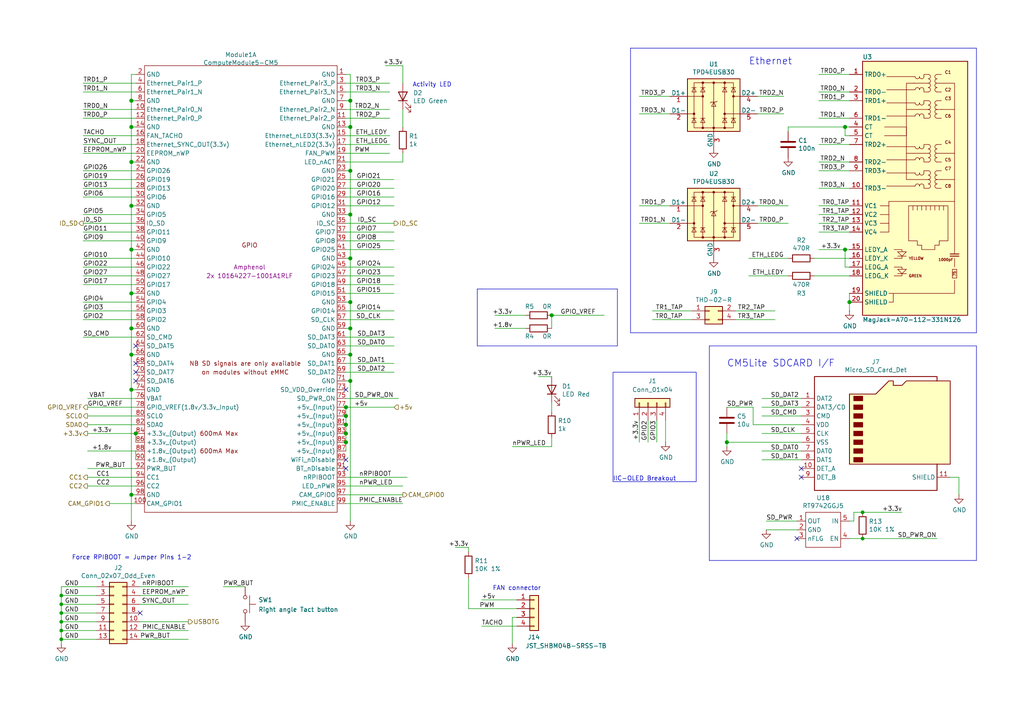
<source format=kicad_sch>
(kicad_sch (version 20250114) (generator "eeschema") (generator_version "9.0")
  (paper "A4")
  (title_block (title "Netherrack Home Server") (rev "1") (comment 1 "Source: raspberrypi.com"))
  (rectangle (start 177.8 107.95) (end 201.93 139.7))
  (text "Activity LED" (at 119.634 25.4 0) (effects (font (size 1.27 1.27)) (justify left bottom)))
  (text "FAN connector\n" (at 142.875 171.45 0) (effects (font (size 1.27 1.27)) (justify left bottom)))
  (text "IIC-OLED Breakout\n" (at 186.944 138.938 0) (effects (font (size 1.27 1.27))))
  (text "Force RPIBOOT = Jumper Pins 1-2 \n" (at 56.515 162.56 0) (effects (font (size 1.27 1.27)) (justify right bottom)))
  (text "Ethernet" (at 217.17 19.05 0) (effects (font (size 2.0066 2.0066)) (justify left bottom)))
  (text "CM5Lite SDCARD I/F" (at 210.82 106.68 0) (effects (font (size 2.007 2.007)) (justify left bottom)))
  (junction (at 101.6 36.83) (diameter 1.016))
  (junction (at 245.11 72.39) (diameter 1.016))
  (junction (at 101.6 29.21) (diameter 1.016))
  (junction (at 101.6 102.87) (diameter 1.016))
  (junction (at 38.1 113.03) (diameter 1.016))
  (junction (at 246.38 87.63) (diameter 1.016))
  (junction (at 38.1 46.99) (diameter 1.016))
  (junction (at 100.33 125.73) (diameter 1.016))
  (junction (at 17.78 175.26))
  (junction (at 38.1 72.39) (diameter 1.016))
  (junction (at 100.33 123.19) (diameter 1.016))
  (junction (at 38.1 143.51) (diameter 1.016))
  (junction (at 38.1 59.69) (diameter 1.016))
  (junction (at 101.6 62.23) (diameter 1.016))
  (junction (at 38.1 95.25) (diameter 1.016))
  (junction (at 100.33 118.11) (diameter 1.016))
  (junction (at 101.6 95.25) (diameter 1.016))
  (junction (at 210.82 128.27) (diameter 1.016))
  (junction (at 250.19 156.21))
  (junction (at 101.6 87.63) (diameter 1.016))
  (junction (at 38.1 85.09) (diameter 1.016))
  (junction (at 100.33 120.65) (diameter 1.016))
  (junction (at 38.1 36.83) (diameter 1.016))
  (junction (at 39.37 125.73) (diameter 1.016))
  (junction (at 17.78 172.72))
  (junction (at 38.1 102.87) (diameter 1.016))
  (junction (at 160.02 91.44) (diameter 1.016))
  (junction (at 38.1 29.21) (diameter 1.016))
  (junction (at 17.78 177.8))
  (junction (at 245.11 36.83) (diameter 1.016))
  (junction (at 100.33 128.27) (diameter 1.016))
  (junction (at 250.19 148.59))
  (junction (at 17.78 185.42))
  (junction (at 101.6 110.49) (diameter 1.016))
  (junction (at 101.6 49.53) (diameter 1.016))
  (junction (at 17.78 182.88))
  (junction (at 17.78 180.34))
  (junction (at 101.6 74.93) (diameter 1.016))
  (no_connect (at 39.37 107.95))
  (no_connect (at 100.33 135.89))
  (no_connect (at 100.33 113.03))
  (no_connect (at 39.37 100.33))
  (no_connect (at 231.14 156.21))
  (no_connect (at 39.37 105.41))
  (no_connect (at 232.41 138.43))
  (no_connect (at 100.33 133.35))
  (no_connect (at 232.41 135.89))
  (no_connect (at 40.64 177.8))
  (no_connect (at 39.37 110.49))
  (wire (pts (xy 275.59 138.43) (xy 278.13 138.43)))
  (wire (pts (xy 40.64 175.26) (xy 54.61 175.26)))
  (wire (pts (xy 100.33 102.87) (xy 101.6 102.87)))
  (wire (pts (xy 24.13 90.17) (xy 39.37 90.17)))
  (wire (pts (xy 39.37 133.35) (xy 39.37 130.81)))
  (wire (pts (xy 237.49 41.91) (xy 246.38 41.91)))
  (wire (pts (xy 24.13 44.45) (xy 39.37 44.45)))
  (wire (pts (xy 100.33 95.25) (xy 101.6 95.25)))
  (wire (pts (xy 101.6 102.87) (xy 101.6 110.49)))
  (wire (pts (xy 100.33 100.33) (xy 114.3 100.33)))
  (wire (pts (xy 217.17 74.93) (xy 228.6 74.93)))
  (wire (pts (xy 39.37 128.27) (xy 39.37 125.73)))
  (wire (pts (xy 17.78 172.72) (xy 27.94 172.72)))
  (wire (pts (xy 100.33 118.11) (xy 114.3 118.11)))
  (wire (pts (xy 101.6 36.83) (xy 101.6 49.53)))
  (wire (pts (xy 40.64 172.72) (xy 54.61 172.72)))
  (polyline (pts (xy 179.07 83.82) (xy 179.07 100.33)) (stroke (width 0) (type solid)))
  (wire (pts (xy 24.13 92.71) (xy 39.37 92.71)))
  (wire (pts (xy 116.84 31.75) (xy 116.84 36.83)))
  (wire (pts (xy 24.13 31.75) (xy 39.37 31.75)))
  (wire (pts (xy 24.13 77.47) (xy 39.37 77.47)))
  (wire (pts (xy 100.33 29.21) (xy 101.6 29.21)))
  (wire (pts (xy 220.98 120.65) (xy 232.41 120.65)))
  (wire (pts (xy 17.78 170.18) (xy 27.94 170.18)))
  (wire (pts (xy 247.65 151.13) (xy 246.38 151.13)))
  (wire (pts (xy 100.33 90.17) (xy 114.3 90.17)))
  (wire (pts (xy 17.78 185.42) (xy 27.94 185.42)))
  (wire (pts (xy 24.13 82.55) (xy 39.37 82.55)))
  (wire (pts (xy 24.13 80.01) (xy 39.37 80.01)))
  (wire (pts (xy 100.33 34.29) (xy 113.03 34.29)))
  (wire (pts (xy 39.37 36.83) (xy 38.1 36.83)))
  (wire (pts (xy 100.33 44.45) (xy 113.03 44.45)))
  (wire (pts (xy 100.33 31.75) (xy 113.03 31.75)))
  (wire (pts (xy 139.7 173.99) (xy 149.86 173.99)))
  (wire (pts (xy 24.13 67.31) (xy 39.37 67.31)))
  (wire (pts (xy 237.49 59.69) (xy 246.38 59.69)))
  (wire (pts (xy 100.33 87.63) (xy 101.6 87.63)))
  (wire (pts (xy 135.89 167.64) (xy 135.89 176.53)))
  (wire (pts (xy 24.13 39.37) (xy 39.37 39.37)))
  (wire (pts (xy 39.37 21.59) (xy 38.1 21.59)))
  (wire (pts (xy 101.6 21.59) (xy 101.6 29.21)))
  (wire (pts (xy 236.22 80.01) (xy 246.38 80.01)))
  (wire (pts (xy 101.6 29.21) (xy 101.6 36.83)))
  (wire (pts (xy 38.1 143.51) (xy 38.1 151.13)))
  (wire (pts (xy 148.59 179.07) (xy 148.59 186.69)))
  (wire (pts (xy 219.71 33.02) (xy 227.33 33.02)))
  (wire (pts (xy 100.33 57.15) (xy 114.3 57.15)))
  (wire (pts (xy 100.33 143.51) (xy 116.84 143.51)))
  (wire (pts (xy 100.33 107.95) (xy 114.3 107.95)))
  (wire (pts (xy 100.33 80.01) (xy 114.3 80.01)))
  (wire (pts (xy 25.4 138.43) (xy 39.37 138.43)))
  (wire (pts (xy 101.6 95.25) (xy 101.6 102.87)))
  (wire (pts (xy 38.1 72.39) (xy 38.1 85.09)))
  (wire (pts (xy 213.36 92.71) (xy 224.79 92.71)))
  (wire (pts (xy 210.82 128.27) (xy 232.41 128.27)))
  (wire (pts (xy 101.6 49.53) (xy 101.6 62.23)))
  (wire (pts (xy 143.51 95.25) (xy 152.4 95.25)))
  (wire (pts (xy 24.13 74.93) (xy 39.37 74.93)))
  (polyline (pts (xy 182.88 13.97) (xy 283.21 13.97)) (stroke (width 0) (type solid)))
  (wire (pts (xy 100.33 140.97) (xy 116.84 140.97)))
  (wire (pts (xy 39.37 29.21) (xy 38.1 29.21)))
  (wire (pts (xy 17.78 180.34) (xy 27.94 180.34)))
  (wire (pts (xy 213.36 90.17) (xy 224.79 90.17)))
  (wire (pts (xy 40.64 182.88) (xy 54.61 182.88)))
  (wire (pts (xy 25.4 140.97) (xy 39.37 140.97)))
  (wire (pts (xy 25.4 135.89) (xy 39.37 135.89)))
  (wire (pts (xy 189.23 90.17) (xy 200.66 90.17)))
  (wire (pts (xy 100.33 128.27) (xy 100.33 130.81)))
  (wire (pts (xy 40.64 170.18) (xy 54.61 170.18)))
  (wire (pts (xy 231.14 153.67) (xy 222.25 153.67)))
  (wire (pts (xy 246.38 36.83) (xy 245.11 36.83)))
  (wire (pts (xy 194.31 64.77) (xy 185.42 64.77)))
  (wire (pts (xy 100.33 41.91) (xy 113.03 41.91)))
  (wire (pts (xy 17.78 177.8) (xy 17.78 180.34)))
  (wire (pts (xy 100.33 115.57) (xy 115.57 115.57)))
  (wire (pts (xy 114.3 97.79) (xy 100.33 97.79)))
  (wire (pts (xy 24.13 26.67) (xy 39.37 26.67)))
  (wire (pts (xy 217.17 80.01) (xy 228.6 80.01)))
  (wire (pts (xy 24.13 49.53) (xy 39.37 49.53)))
  (wire (pts (xy 231.14 151.13) (xy 222.25 151.13)))
  (wire (pts (xy 100.33 120.65) (xy 100.33 123.19)))
  (wire (pts (xy 237.49 26.67) (xy 246.38 26.67)))
  (wire (pts (xy 100.33 74.93) (xy 101.6 74.93)))
  (wire (pts (xy 100.33 39.37) (xy 113.03 39.37)))
  (wire (pts (xy 210.82 125.73) (xy 210.82 128.27)))
  (polyline (pts (xy 139.7 83.82) (xy 179.07 83.82)) (stroke (width 0) (type solid)))
  (polyline (pts (xy 283.21 162.56) (xy 205.74 162.56)) (stroke (width 0) (type solid)))
  (wire (pts (xy 100.33 138.43) (xy 118.11 138.43)))
  (wire (pts (xy 38.1 95.25) (xy 39.37 95.25)))
  (wire (pts (xy 40.64 185.42) (xy 54.61 185.42)))
  (wire (pts (xy 218.44 123.19) (xy 218.44 118.11)))
  (wire (pts (xy 38.1 102.87) (xy 38.1 113.03)))
  (wire (pts (xy 38.1 85.09) (xy 38.1 95.25)))
  (wire (pts (xy 31.75 146.05) (xy 39.37 146.05)))
  (wire (pts (xy 116.84 19.05) (xy 116.84 24.13)))
  (wire (pts (xy 237.49 64.77) (xy 246.38 64.77)))
  (wire (pts (xy 17.78 175.26) (xy 27.94 175.26)))
  (wire (pts (xy 135.89 160.02) (xy 135.89 158.75)))
  (wire (pts (xy 247.65 148.59) (xy 247.65 151.13)))
  (wire (pts (xy 236.22 74.93) (xy 246.38 74.93)))
  (wire (pts (xy 237.49 29.21) (xy 246.38 29.21)))
  (wire (pts (xy 101.6 110.49) (xy 101.6 151.13)))
  (wire (pts (xy 278.13 138.43) (xy 278.13 143.51)))
  (wire (pts (xy 38.1 59.69) (xy 38.1 72.39)))
  (wire (pts (xy 17.78 177.8) (xy 27.94 177.8)))
  (wire (pts (xy 38.1 113.03) (xy 39.37 113.03)))
  (wire (pts (xy 38.1 72.39) (xy 39.37 72.39)))
  (wire (pts (xy 24.13 54.61) (xy 39.37 54.61)))
  (wire (pts (xy 100.33 52.07) (xy 114.3 52.07)))
  (wire (pts (xy 246.38 87.63) (xy 246.38 90.17)))
  (wire (pts (xy 25.4 130.81) (xy 39.37 130.81)))
  (wire (pts (xy 24.13 97.79) (xy 39.37 97.79)))
  (wire (pts (xy 237.49 49.53) (xy 246.38 49.53)))
  (wire (pts (xy 24.13 24.13) (xy 39.37 24.13)))
  (polyline (pts (xy 283.21 100.33) (xy 283.21 162.56)) (stroke (width 0) (type solid)))
  (wire (pts (xy 100.33 62.23) (xy 101.6 62.23)))
  (wire (pts (xy 246.38 85.09) (xy 246.38 87.63)))
  (wire (pts (xy 185.42 121.92) (xy 185.42 128.27)))
  (wire (pts (xy 100.33 24.13) (xy 113.03 24.13)))
  (wire (pts (xy 250.19 148.59) (xy 261.62 148.59)))
  (wire (pts (xy 100.33 36.83) (xy 101.6 36.83)))
  (wire (pts (xy 38.1 95.25) (xy 38.1 102.87)))
  (wire (pts (xy 160.02 127) (xy 160.02 129.54)))
  (wire (pts (xy 39.37 143.51) (xy 38.1 143.51)))
  (wire (pts (xy 24.13 57.15) (xy 39.37 57.15)))
  (wire (pts (xy 185.42 59.69) (xy 194.31 59.69)))
  (wire (pts (xy 245.11 39.37) (xy 245.11 36.83)))
  (wire (pts (xy 220.98 130.81) (xy 232.41 130.81)))
  (wire (pts (xy 25.4 123.19) (xy 39.37 123.19)))
  (wire (pts (xy 38.1 113.03) (xy 38.1 143.51)))
  (wire (pts (xy 237.49 72.39) (xy 245.11 72.39)))
  (wire (pts (xy 160.02 116.84) (xy 160.02 119.38)))
  (wire (pts (xy 135.89 176.53) (xy 149.86 176.53)))
  (wire (pts (xy 228.6 36.83) (xy 245.11 36.83)))
  (wire (pts (xy 100.33 146.05) (xy 116.84 146.05)))
  (wire (pts (xy 220.98 115.57) (xy 232.41 115.57)))
  (wire (pts (xy 100.33 64.77) (xy 114.3 64.77)))
  (wire (pts (xy 247.65 148.59) (xy 250.19 148.59)))
  (wire (pts (xy 101.6 87.63) (xy 101.6 95.25)))
  (wire (pts (xy 149.86 179.07) (xy 148.59 179.07)))
  (wire (pts (xy 100.33 54.61) (xy 114.3 54.61)))
  (wire (pts (xy 190.5 121.92) (xy 190.5 128.27)))
  (wire (pts (xy 245.11 77.47) (xy 245.11 72.39)))
  (wire (pts (xy 237.49 21.59) (xy 246.38 21.59)))
  (wire (pts (xy 116.84 46.99) (xy 116.84 44.45)))
  (wire (pts (xy 100.33 69.85) (xy 114.3 69.85)))
  (wire (pts (xy 114.3 105.41) (xy 100.33 105.41)))
  (polyline (pts (xy 283.21 96.52) (xy 182.88 96.52)) (stroke (width 0) (type solid)))
  (wire (pts (xy 25.4 118.11) (xy 39.37 118.11)))
  (wire (pts (xy 219.71 27.94) (xy 227.33 27.94)))
  (wire (pts (xy 17.78 180.34) (xy 17.78 182.88)))
  (polyline (pts (xy 182.88 96.52) (xy 182.88 13.97)) (stroke (width 0) (type solid)))
  (wire (pts (xy 187.96 121.92) (xy 187.96 128.27)))
  (wire (pts (xy 100.33 85.09) (xy 114.3 85.09)))
  (polyline (pts (xy 205.74 162.56) (xy 205.74 100.33)) (stroke (width 0) (type solid)))
  (wire (pts (xy 143.51 91.44) (xy 152.4 91.44)))
  (wire (pts (xy 24.13 34.29) (xy 39.37 34.29)))
  (wire (pts (xy 25.4 115.57) (xy 39.37 115.57)))
  (wire (pts (xy 185.42 27.94) (xy 194.31 27.94)))
  (wire (pts (xy 25.4 125.73) (xy 39.37 125.73)))
  (wire (pts (xy 100.33 59.69) (xy 114.3 59.69)))
  (wire (pts (xy 245.11 72.39) (xy 246.38 72.39)))
  (polyline (pts (xy 205.74 100.33) (xy 283.21 100.33)) (stroke (width 0) (type solid)))
  (wire (pts (xy 114.3 92.71) (xy 100.33 92.71)))
  (wire (pts (xy 100.33 67.31) (xy 114.3 67.31)))
  (polyline (pts (xy 283.21 13.97) (xy 283.21 96.52)) (stroke (width 0) (type solid)))
  (wire (pts (xy 135.89 158.75) (xy 132.08 158.75)))
  (wire (pts (xy 17.78 182.88) (xy 27.94 182.88)))
  (wire (pts (xy 24.13 64.77) (xy 39.37 64.77)))
  (wire (pts (xy 193.04 121.92) (xy 193.04 128.27)))
  (wire (pts (xy 25.4 120.65) (xy 39.37 120.65)))
  (wire (pts (xy 38.1 36.83) (xy 38.1 46.99)))
  (wire (pts (xy 100.33 46.99) (xy 116.84 46.99)))
  (wire (pts (xy 185.42 33.02) (xy 194.31 33.02)))
  (wire (pts (xy 24.13 52.07) (xy 39.37 52.07)))
  (polyline (pts (xy 138.43 100.33) (xy 138.43 83.82)) (stroke (width 0) (type solid)))
  (wire (pts (xy 160.02 91.44) (xy 175.26 91.44)))
  (wire (pts (xy 237.49 67.31) (xy 246.38 67.31)))
  (wire (pts (xy 219.71 59.69) (xy 228.6 59.69)))
  (wire (pts (xy 160.02 109.22) (xy 156.21 109.22)))
  (wire (pts (xy 17.78 185.42) (xy 17.78 186.69)))
  (wire (pts (xy 100.33 72.39) (xy 114.3 72.39)))
  (wire (pts (xy 38.1 29.21) (xy 38.1 36.83)))
  (wire (pts (xy 100.33 21.59) (xy 101.6 21.59)))
  (wire (pts (xy 237.49 34.29) (xy 246.38 34.29)))
  (wire (pts (xy 100.33 110.49) (xy 101.6 110.49)))
  (wire (pts (xy 246.38 77.47) (xy 245.11 77.47)))
  (wire (pts (xy 24.13 69.85) (xy 39.37 69.85)))
  (wire (pts (xy 24.13 87.63) (xy 39.37 87.63)))
  (wire (pts (xy 100.33 118.11) (xy 100.33 120.65)))
  (wire (pts (xy 17.78 170.18) (xy 17.78 172.72)))
  (wire (pts (xy 111.76 19.05) (xy 116.84 19.05)))
  (wire (pts (xy 210.82 128.27) (xy 210.82 129.54)))
  (wire (pts (xy 100.33 49.53) (xy 101.6 49.53)))
  (wire (pts (xy 100.33 26.67) (xy 113.03 26.67)))
  (wire (pts (xy 232.41 123.19) (xy 218.44 123.19)))
  (wire (pts (xy 139.7 181.61) (xy 149.86 181.61)))
  (wire (pts (xy 250.19 156.21) (xy 271.78 156.21)))
  (wire (pts (xy 24.13 62.23) (xy 39.37 62.23)))
  (wire (pts (xy 237.49 46.99) (xy 246.38 46.99)))
  (wire (pts (xy 237.49 62.23) (xy 246.38 62.23)))
  (wire (pts (xy 219.71 64.77) (xy 228.6 64.77)))
  (wire (pts (xy 24.13 41.91) (xy 39.37 41.91)))
  (wire (pts (xy 246.38 156.21) (xy 250.19 156.21)))
  (wire (pts (xy 17.78 172.72) (xy 17.78 175.26)))
  (wire (pts (xy 189.23 92.71) (xy 200.66 92.71)))
  (wire (pts (xy 101.6 74.93) (xy 101.6 87.63)))
  (polyline (pts (xy 139.7 83.82) (xy 138.43 83.82)) (stroke (width 0) (type solid)))
  (wire (pts (xy 148.59 129.54) (xy 160.02 129.54)))
  (wire (pts (xy 100.33 123.19) (xy 100.33 125.73)))
  (wire (pts (xy 228.6 38.1) (xy 228.6 36.83)))
  (wire (pts (xy 232.41 118.11) (xy 220.98 118.11)))
  (wire (pts (xy 38.1 46.99) (xy 39.37 46.99)))
  (wire (pts (xy 64.77 170.18) (xy 71.12 170.18)))
  (wire (pts (xy 237.49 54.61) (xy 246.38 54.61)))
  (wire (pts (xy 38.1 21.59) (xy 38.1 29.21)))
  (wire (pts (xy 38.1 85.09) (xy 39.37 85.09)))
  (wire (pts (xy 100.33 125.73) (xy 100.33 128.27)))
  (wire (pts (xy 160.02 91.44) (xy 160.02 95.25)))
  (wire (pts (xy 100.33 77.47) (xy 114.3 77.47)))
  (wire (pts (xy 38.1 102.87) (xy 39.37 102.87)))
  (wire (pts (xy 38.1 59.69) (xy 39.37 59.69)))
  (polyline (pts (xy 179.07 100.33) (xy 139.7 100.33)) (stroke (width 0) (type solid)))
  (wire (pts (xy 210.82 118.11) (xy 218.44 118.11)))
  (wire (pts (xy 246.38 39.37) (xy 245.11 39.37)))
  (wire (pts (xy 232.41 125.73) (xy 220.98 125.73)))
  (wire (pts (xy 232.41 133.35) (xy 220.98 133.35)))
  (wire (pts (xy 40.64 180.34) (xy 54.61 180.34)))
  (wire (pts (xy 17.78 182.88) (xy 17.78 185.42)))
  (wire (pts (xy 100.33 82.55) (xy 114.3 82.55)))
  (wire (pts (xy 101.6 62.23) (xy 101.6 74.93)))
  (wire (pts (xy 38.1 46.99) (xy 38.1 59.69)))
  (wire (pts (xy 17.78 175.26) (xy 17.78 177.8)))
  (polyline (pts (xy 138.43 100.33) (xy 139.7 100.33)) (stroke (width 0) (type solid)))
  (label "+1.8v" (at 148.59 95.25 180))
  (label "SD_DAT2" (at 111.76 107.95 180))
  (label "GPIO5" (at 24.13 62.23 0))
  (label "TRD3_N" (at 103.124 26.67 0))
  (label "GPIO2" (at 24.13 92.71 0))
  (label "GPIO9" (at 24.13 69.85 0))
  (label "TRD3_N" (at 245.11 54.61 180))
  (label "ETH_LEDG" (at 103.124 41.91 0))
  (label "SD_DAT1" (at 111.76 105.41 180))
  (label "TRD1_N" (at 193.04 64.77 180))
  (label "GPIO10" (at 24.13 74.93 0))
  (label "TRD3_P" (at 103.124 24.13 0))
  (label "GPIO6" (at 24.13 57.15 0))
  (label "TRD0_P" (at 227.33 64.77 180))
  (label "TRD3_P" (at 193.04 27.94 180))
  (label "GPIO20" (at 110.49 54.61 180))
  (label "SD_DAT2" (at 223.52 115.57 0))
  (label "GPIO25" (at 110.49 72.39 180))
  (label "SD_DAT0" (at 111.76 100.33 180))
  (label "GPIO15" (at 110.49 85.09 180))
  (label "GPIO13" (at 24.13 54.61 0))
  (label "TRD1_P" (at 193.04 59.69 180))
  (label "GPIO7" (at 109.22 67.31 180))
  (label "GPIO14" (at 110.49 90.17 180))
  (label "SD_PWR_ON" (at 260.35 156.21 0))
  (label "ETH_LEDY" (at 103.124 39.37 0))
  (label "TR1_TAP" (at 198.12 90.17 180))
  (label "SD_PWR_ON" (at 102.87 115.57 0))
  (label "PWM" (at 102.87 44.45 0))
  (label "GPIO4" (at 24.13 87.63 0))
  (label "TRD1_P" (at 24.13 24.13 0))
  (label "CC1" (at 27.94 138.43 0))
  (label "TRD1_P" (at 245.11 29.21 180))
  (label "+3.3v" (at 261.62 148.59 180))
  (label "+3.3v" (at 116.84 19.05 180))
  (label "GND" (at 22.86 182.88 180))
  (label "SD_DAT3" (at 111.76 97.79 180))
  (label "GPIO27" (at 24.13 80.01 0))
  (label "EEPROM_nWP" (at 24.13 44.45 0))
  (label "GPIO_VREF" (at 25.4 118.11 0))
  (label "SD_PWR" (at 210.82 118.11 0))
  (label "TR0_TAP" (at 198.0184 92.71 180))
  (label "SD_DAT0" (at 223.52 130.81 0))
  (label "GPIO21" (at 110.49 52.07 180))
  (label "GPIO23" (at 110.49 80.01 180))
  (label "TRD0_N" (at 24.13 31.75 0))
  (label "TRD3_P" (at 245.11 49.53 180))
  (label "ETH_LEDY" (at 227.33 80.01 180))
  (label "TRD0_N" (at 227.33 59.69 180))
  (label "TRD2_N" (at 227.33 27.94 180))
  (label "ETH_LEDG" (at 227.33 74.93 180))
  (label "+3.3v" (at 185.42 121.92 270))
  (label "TRD0_N" (at 245.11 26.67 180))
  (label "TR2_TAP" (at 246.38 64.77 180))
  (label "+1.8v" (at 26.67 130.81 0))
  (label "SYNC_OUT" (at 50.8 175.26 180))
  (label "PWR_BUT" (at 64.77 170.18 0))
  (label "SD_DAT3" (at 223.52 118.11 0))
  (label "TR2_TAP" (at 221.9198 90.17 180))
  (label "+5v" (at 139.7 173.99 0))
  (label "+3.3v" (at 135.89 158.75 180))
  (label "SD_CLK" (at 110.49 92.71 180))
  (label "GND" (at 22.86 170.18 180))
  (label "GPIO16" (at 110.49 57.15 180))
  (label "GPIO12" (at 110.49 59.69 180))
  (label "+3.3v" (at 26.67 125.73 0))
  (label "SD_CMD" (at 223.52 120.65 0))
  (label "PWM" (at 139.065 176.53 0))
  (label "GPIO8" (at 109.22 69.85 180))
  (label "GPIO17" (at 24.13 82.55 0))
  (label "SYNC_OUT" (at 24.13 41.91 0))
  (label "nPWR_LED" (at 148.59 129.54 0))
  (label "GPIO2" (at 187.96 121.92 270))
  (label "SD_PWR" (at 222.25 151.13 0))
  (label "SD_DAT1" (at 223.52 133.35 0))
  (label "TRD0_P" (at 245.11 21.59 180))
  (label "GPIO18" (at 110.49 82.55 180))
  (label "TRD2_N" (at 102.87 31.75 0))
  (label "nPWR_LED" (at 104.14 140.97 0))
  (label "PMIC_ENABLE" (at 53.975 182.88 180))
  (label "TR3_TAP" (at 221.8944 92.71 180))
  (label "TRD0_P" (at 24.13 34.29 0))
  (label "nRPIBOOT" (at 50.546 170.18 180))
  (label "+3.3v" (at 148.59 91.44 180))
  (label "GND" (at 22.86 177.8 180))
  (label "GND" (at 22.86 185.42 180))
  (label "GPIO26" (at 24.13 49.53 0))
  (label "TACHO" (at 139.7 181.61 0))
  (label "GPIO3" (at 190.5 121.92 270))
  (label "PWR_BUT" (at 27.686 135.89 0))
  (label "nRPIBOOT" (at 104.14 138.43 0))
  (label "EEPROM_nWP" (at 53.848 172.72 180))
  (label "GPIO11" (at 24.13 67.31 0))
  (label "ID_SD" (at 24.13 64.77 0))
  (label "TRD1_N" (at 24.13 26.67 0))
  (label "GPIO24" (at 110.49 77.47 180))
  (label "GND" (at 22.86 175.26 180))
  (label "TRD3_N" (at 193.04 33.02 180))
  (label "TR1_TAP" (at 246.38 62.23 180))
  (label "VBAT" (at 30.48 115.57 180))
  (label "ID_SC" (at 109.22 64.77 180))
  (label "TRD2_P" (at 245.11 41.91 180))
  (label "CC2" (at 27.94 140.97 0))
  (label "TACHO" (at 24.13 39.37 0))
  (label "TRD2_N" (at 245.11 46.99 180))
  (label "TR0_TAP" (at 246.38 59.69 180))
  (label "+5v" (at 106.68 118.11 180))
  (label "SD_CMD" (at 24.13 97.79 0))
  (label "TRD1_N" (at 245.11 34.29 180))
  (label "PMIC_ENABLE" (at 116.84 146.05 180))
  (label "+3.3v" (at 160.02 109.22 180))
  (label "GPIO_VREF" (at 162.56 91.44 0))
  (label "TRD2_P" (at 103.124 34.29 0))
  (label "GND" (at 22.86 172.72 180))
  (label "GPIO19" (at 24.13 52.07 0))
  (label "PWR_BUT" (at 40.64 185.42 0))
  (label "TR3_TAP" (at 246.38 67.31 180))
  (label "SD_CLK" (at 223.52 125.73 0))
  (label "GND" (at 22.86 180.34 180))
  (label "+3.3v" (at 243.84 72.39 180))
  (label "GPIO22" (at 24.13 77.47 0))
  (label "TRD2_P" (at 227.33 33.02 180))
  (label "GPIO3" (at 24.13 90.17 0))
  (hierarchical_label "CC1" (shape output) (at 25.4 138.43 180))
  (hierarchical_label "ID_SD" (shape output) (at 24.13 64.77 180))
  (hierarchical_label "SDA0" (shape output) (at 25.4 123.19 180))
  (hierarchical_label "CAM_GPIO1" (shape output) (at 31.75 146.05 180))
  (hierarchical_label "CC2" (shape output) (at 25.4 140.97 180))
  (hierarchical_label "+3.3v" (shape output) (at 25.4 125.73 180))
  (hierarchical_label "GPIO_VREF" (shape output) (at 25.4 118.11 180))
  (hierarchical_label "ID_SC" (shape output) (at 114.3 64.77 0))
  (hierarchical_label "SCL0" (shape output) (at 25.4 120.65 180))
  (hierarchical_label "CAM_GPIO0" (shape output) (at 116.84 143.51 0))
  (hierarchical_label "+5v" (shape input) (at 114.3 118.11 0))
  (hierarchical_label "USBOTG" (shape output) (at 54.61 180.34 0))
  (symbol (lib_id "CM5IO:RT9742GGJ5") (at 240.03 161.29 0) (unit 1)
    (property "Reference" "U18" (at 238.76 144.399 0))
    (property "Value" "RT9742GGJ5" (at 238.76 146.7104 0))
    (property "Footprint" "Package_TO_SOT_SMD:SOT-23-5" (effects (hide yes)))
    (property "Datasheet" "https://www.richtek.com/assets/product_file/RT9742/DS9742-00.pdf" (effects (hide yes)))
    (property "Field4" "Farnell" (effects (hide yes)))
    (property "Field5" "	2545875" (effects (hide yes)))
    (property "Field6" "RT9742GGJ5" (effects (hide yes)))
    (property "Field7" "RichTek" (effects (hide yes)))
    (property "Field8" "USWI00166" (effects (hide yes)))
    (property "Part Description" "	Power Switch/Driver 1:1 N-Channel 1A TSOT-23-5" (effects (hide yes)))
  )
  (symbol (lib_id "power:GND") (at 222.25 153.67 0) (unit 1)
    (property "Reference" "#PWR0113" (effects (hide yes)))
    (property "Value" "GND" (at 222.377 158.0642 0))
    (property "Description" "Power symbol creates a global label with name \"GND\" , ground" (effects (hide yes)))
  )
  (symbol (lib_id "CM5IO:ComputeModule5-CM5") (at 72.39 77.47 0) (unit 1)
    (property "Reference" "Module1" (at 69.85 15.875 0))
    (property "Value" "ComputeModule5-CM5" (at 69.85 18.1864 0))
    (property "Footprint" "CM5IO:Raspberry-Pi-5-Compute-Module" (effects (hide yes)))
    (property "Description" "RaspberryPi Compute module 5" (effects (hide yes)))
    (property "Field4" "Amphenol" (at 72.39 77.47 0))
    (property "Field5" "2x 10164227-1001A1RLF" (at 72.39 80.01 0))
    (property "Field6" "2x 10164227-1001A1RLF" (effects (hide yes)))
    (property "Field7" "Hirose" (effects (hide yes)))
    (property "Part Description" "	100 Position Connector Receptacle, Center Strip Contacts Surface Mount Gold" (effects (hide yes)))
  )
  (symbol (lib_id "Device:C") (at 228.6 41.91 0) (unit 1)
    (property "Reference" "C1" (at 231.521 40.7416 0) (effects (justify left)))
    (property "Value" "100n" (at 231.521 43.053 0) (effects (justify left)))
    (property "Footprint" "Capacitor_SMD:C_0402_1005Metric" (effects (hide yes)))
    (property "Datasheet" "https://search.murata.co.jp/Ceramy/image/img/A01X/G101/ENG/GRM155R71C104KA88-01.pdf" (effects (hide yes)))
    (property "Field4" "Farnell" (effects (hide yes)))
    (property "Field5" "2611911" (effects (hide yes)))
    (property "Field6" "RM EMK105 B7104KV-F" (effects (hide yes)))
    (property "Field7" "TAIYO YUDEN EUROPE GMBH" (effects (hide yes)))
    (property "Part Description" "	0.1uF 10% 16V Ceramic Capacitor X7R 0402 (1005 Metric)" (effects (hide yes)))
    (property "Field8" "110091611" (effects (hide yes)))
  )
  (symbol (lib_id "power:GND") (at 228.6 45.72 0) (unit 1)
    (property "Reference" "#PWR0101" (effects (hide yes)))
    (property "Value" "GND" (at 228.727 50.1142 0))
    (property "Description" "Power symbol creates a global label with name \"GND\" , ground" (effects (hide yes)))
  )
  (symbol (lib_id "Connector_Generic:Conn_02x02_Odd_Even") (at 205.74 90.17 0) (unit 1)
    (property "Reference" "J9" (at 207.01 84.6582 0))
    (property "Value" "THD-02-R" (at 207.01 86.9696 0))
    (property "Footprint" "Connector_PinHeader_2.54mm:PinHeader_2x02_P2.54mm_Vertical" (effects (hide yes)))
    (property "Datasheet" "https://www.toby.co.uk/uploads/publications/1673.pdf" (effects (hide yes)))
    (property "Field4" "Toby" (effects (hide yes)))
    (property "Field5" "THD-02-R" (effects (hide yes)))
    (property "Field6" "151-604-425-761" (effects (hide yes)))
    (property "Field7" "EDAC" (effects (hide yes)))
    (property "Field8" "UCON00791" (effects (hide yes)))
    (property "Part Description" "PinHeader_2x02_P2.54mm_Vertical" (effects (hide yes)))
  )
  (symbol (lib_id "Device:C") (at 210.82 121.92 0) (unit 1)
    (property "Reference" "C5" (at 213.741 120.7516 0) (effects (justify left)))
    (property "Value" "10u" (at 213.741 123.063 0) (effects (justify left)))
    (property "Footprint" "Capacitor_SMD:C_0402_1005Metric" (effects (hide yes)))
    (property "Datasheet" "https://search.murata.co.jp/Ceramy/image/img/A01X/G101/ENG/GRM21BR71A106KA73-01.pdf" (effects (hide yes)))
    (property "Field5" "490-14381-1-ND" (effects (hide yes)))
    (property "Field4" "Digikey" (effects (hide yes)))
    (property "Field6" "GRM21BR71A106KA73L" (effects (hide yes)))
    (property "Field7" "Murata" (effects (hide yes)))
    (property "Part Description" "	10uF 10% 10V Ceramic Capacitor X7R 0805 (2012 Metric)" (effects (hide yes)))
    (property "Field8" "111893011" (effects (hide yes)))
  )
  (symbol (lib_id "Device:R") (at 232.41 74.93 270) (unit 1)
    (property "Reference" "R2" (at 232.41 69.6722 90))
    (property "Value" "470R" (at 232.41 71.9836 90))
    (property "Footprint" "Resistor_SMD:R_0402_1005Metric" (effects (hide yes)))
    (property "Datasheet" "https://fscdn.rohm.com/en/products/databook/datasheet/passive/resistor/chip_resistor/mcr-e.pdf" (effects (hide yes)))
    (property "Field4" "Farnell" (effects (hide yes)))
    (property "Field5" "9239197" (effects (hide yes)))
    (property "Field7" "KOA EUROPE GMBH" (effects (hide yes)))
    (property "Field6" "RK73G1ETQTP4700D         " (effects (hide yes)))
    (property "Field8" "120887981" (effects (hide yes)))
    (property "Part Description" "Resistor 470R M1005 1% 63mW" (effects (hide yes)))
  )
  (symbol (lib_id "Device:R") (at 232.41 80.01 270) (unit 1)
    (property "Reference" "R3" (at 232.41 85.09 90))
    (property "Value" "470R" (at 232.41 82.55 90))
    (property "Footprint" "Resistor_SMD:R_0402_1005Metric" (effects (hide yes)))
    (property "Datasheet" "https://fscdn.rohm.com/en/products/databook/datasheet/passive/resistor/chip_resistor/mcr-e.pdf" (effects (hide yes)))
    (property "Field4" "Farnell" (effects (hide yes)))
    (property "Field5" "9239197" (effects (hide yes)))
    (property "Field7" "KOA EUROPE GMBH" (effects (hide yes)))
    (property "Field6" "RK73G1ETQTP4700D         " (effects (hide yes)))
    (property "Field8" "120887981" (effects (hide yes)))
    (property "Part Description" "Resistor 470R M1005 1% 63mW" (effects (hide yes)))
  )
  (symbol (lib_id "power:GND") (at 38.1 151.13 0) (unit 1)
    (property "Reference" "#PWR0104" (effects (hide yes)))
    (property "Value" "GND" (at 38.227 155.5242 0))
    (property "Description" "Power symbol creates a global label with name \"GND\" , ground" (effects (hide yes)))
  )
  (symbol (lib_id "power:GND") (at 101.6 151.13 0) (unit 1)
    (property "Reference" "#PWR0105" (effects (hide yes)))
    (property "Value" "GND" (at 101.727 155.5242 0))
    (property "Description" "Power symbol creates a global label with name \"GND\" , ground" (effects (hide yes)))
  )
  (symbol (lib_id "Device:LED") (at 116.84 27.94 90) (unit 1)
    (property "Reference" "D2" (at 119.8118 26.9494 90) (effects (justify right)))
    (property "Value" "LED Green" (at 119.8118 29.2608 90) (effects (justify right)))
    (property "Footprint" "LED_SMD:LED_0603_1608Metric" (effects (hide yes)))
    (property "Datasheet" "http://optoelectronics.liteon.com/upload/download/DS22-2000-226/LTST-S270KGKT.pdf" (effects (hide yes)))
    (property "Field4" "Digikey " (effects (hide yes)))
    (property "Field5" "LTST-S270KGKT" (effects (hide yes)))
    (property "Field6" "SML-A12M8TT86N" (effects (hide yes)))
    (property "Field7" "Rohm" (effects (hide yes)))
    (property "Field8" "650263301" (effects (hide yes)))
    (property "Part Description" "	Green 572nm LED Indication - Discrete 2.2V 2-SMD, No Lead" (effects (hide yes)))
  )
  (symbol (lib_id "Device:R") (at 116.84 40.64 0) (unit 1)
    (property "Reference" "R1" (at 118.618 39.4716 0) (effects (justify left)))
    (property "Value" "1k" (at 118.618 41.783 0) (effects (justify left)))
    (property "Footprint" "Resistor_SMD:R_0402_1005Metric" (effects (hide yes)))
    (property "Datasheet" "https://fscdn.rohm.com/en/products/databook/datasheet/passive/resistor/chip_resistor/mcr-e.pdf" (effects (hide yes)))
    (property "Field4" "Farnell" (effects (hide yes)))
    (property "Field5" "9239235" (effects (hide yes)))
    (property "Field7" "KOA EUROPE GMBH" (effects (hide yes)))
    (property "Field6" "RK73H1ETTP1001F" (effects (hide yes)))
    (property "Part Description" "Resistor 1K M1005 1% 63mW" (effects (hide yes)))
    (property "Field8" "125049511" (effects (hide yes)))
  )
  (symbol (lib_name "LED_1") (lib_id "Device:LED") (at 160.02 113.03 90) (unit 1)
    (property "Reference" "D1" (at 162.9918 112.0394 90) (effects (justify right)))
    (property "Value" "LED Red" (at 162.9918 114.3508 90) (effects (justify right)))
    (property "Footprint" "LED_SMD:LED_0603_1608Metric" (effects (hide yes)))
    (property "Datasheet" "http://optoelectronics.liteon.com/upload/download/DS22-2000-210/LTST-S270KRKT.pdf" (effects (hide yes)))
    (property "Field4" "Digikey " (effects (hide yes)))
    (property "Field5" "	LTST-S270KRKT" (effects (hide yes)))
    (property "Field6" "SML-A12U8TT86Q" (effects (hide yes)))
    (property "Field7" "Rohm" (effects (hide yes)))
    (property "Field8" "650295101" (effects (hide yes)))
    (property "Part Description" "	Red 620nm LED Indication - Discrete 2.2V 2-SMD, No Lead" (effects (hide yes)))
  )
  (symbol (lib_id "Device:R") (at 160.02 123.19 0) (unit 1)
    (property "Reference" "R10" (at 161.798 122.0216 0) (effects (justify left)))
    (property "Value" "1k" (at 161.798 124.333 0) (effects (justify left)))
    (property "Footprint" "Resistor_SMD:R_0402_1005Metric" (effects (hide yes)))
    (property "Datasheet" "https://fscdn.rohm.com/en/products/databook/datasheet/passive/resistor/chip_resistor/mcr-e.pdf" (effects (hide yes)))
    (property "Field4" "Farnell" (effects (hide yes)))
    (property "Field5" "9239235" (effects (hide yes)))
    (property "Field7" "KOA EUROPE GMBH" (effects (hide yes)))
    (property "Field6" "RK73H1ETTP1001F" (effects (hide yes)))
    (property "Part Description" "Resistor 1K M1005 1% 63mW" (effects (hide yes)))
    (property "Field8" "125049511" (effects (hide yes)))
  )
  (symbol (lib_id "CM5IO:TPD4EUSB30") (at 207.01 62.23 0) (unit 1)
    (property "Reference" "U2" (at 207.01 50.3682 0))
    (property "Value" "TPD4EUSB30" (at 207.01 52.6796 0))
    (property "Footprint" "Package_SON:USON-10_2.5x1.0mm_P0.5mm" (effects (hide yes)))
    (property "Datasheet" "http://www.ti.com/lit/ds/symlink/tpd2eusb30a.pdf" (effects (hide yes)))
    (property "Field4" "Farnell" (effects (hide yes)))
    (property "Field5" "2335455" (effects (hide yes)))
    (property "Field6" "CDDFN10-3324P-13" (effects (hide yes)))
    (property "Field7" "Bourns" (effects (hide yes)))
    (property "Field8" "UDIO00346" (effects (hide yes)))
    (property "Part Description" "Quad TVS diode for high speed signals (USB3, GigE etc.)" (effects (hide yes)))
  )
  (symbol (lib_id "Device:R") (at 156.21 91.44 90) (unit 1)
    (property "Reference" "R5" (at 154.94 88.9 90) (effects (justify left)))
    (property "Value" "0R" (at 160.02 88.9 90) (effects (justify left)))
    (property "Footprint" "Resistor_SMD:R_0805_2012Metric_Pad1.20x1.40mm_HandSolder" (effects (hide yes)))
    (property "Datasheet" "https://fscdn.rohm.com/en/products/databook/datasheet/passive/resistor/chip_resistor/mcr-e.pdf" (effects (hide yes)))
    (property "Field4" "Farnell" (effects (hide yes)))
    (property "Field5" "9233750" (effects (hide yes)))
    (property "Field7" "Rohm" (effects (hide yes)))
    (property "Field6" "MCR10EZPJ000" (effects (hide yes)))
    (property "Part Description" "Resistor 0R M2012 5% " (effects (hide yes)))
    (property "Field8" "121629591" (effects (hide yes)))
  )
  (symbol (lib_id "Connector:Micro_SD_Card_Det2") (at 255.27 125.73 0) (unit 1)
    (property "Reference" "J7" (at 254 104.9782 0))
    (property "Value" "Micro_SD_Card_Det" (at 254 107.2896 0))
    (property "Footprint" "CM5IO:SDCARD_MOLEX_503398-1892" (effects (hide yes)))
    (property "Datasheet" "https://www.hirose.com/product/en/download_file/key_name/DM3/category/Catalog/doc_file_id/49662/?file_category_id=4&item_id=195&is_series=1" (effects (hide yes)))
    (property "Field4" "Farnell" (effects (hide yes)))
    (property "Field5" "2358234" (effects (hide yes)))
    (property "Field6" "503398-1892" (effects (hide yes)))
    (property "Field7" "Molex" (effects (hide yes)))
    (property "Part Description" "9 (8 + 1) Position Card Connector microSD™ Surface Mount, Right Angle Gold" (effects (hide yes)))
    (property "Field8" "UCON00512" (effects (hide yes)))
  )
  (symbol (lib_id "power:GND") (at 210.82 129.54 0) (unit 1)
    (property "Reference" "#PWR0107" (effects (hide yes)))
    (property "Value" "GND" (at 210.947 133.9342 0))
    (property "Description" "Power symbol creates a global label with name \"GND\" , ground" (effects (hide yes)))
  )
  (symbol (lib_id "power:GND") (at 278.13 143.51 0) (unit 1)
    (property "Reference" "#PWR0108" (effects (hide yes)))
    (property "Value" "GND" (at 278.257 147.9042 0))
    (property "Description" "Power symbol creates a global label with name \"GND\" , ground" (effects (hide yes)))
  )
  (symbol (lib_id "Connector_Generic:Conn_02x07_Odd_Even") (at 33.02 177.8 0) (unit 1)
    (property "Reference" "J2" (at 34.29 164.6936 0))
    (property "Value" "Conn_02x07_Odd_Even" (at 34.29 167.005 0))
    (property "Footprint" "Connector_PinHeader_2.54mm:PinHeader_2x07_P2.54mm_Vertical" (effects (hide yes)))
    (property "Datasheet" "https://www.toby.co.uk/uploads/publications/1673.pdf" (effects (hide yes)))
    (property "Field4" "Toby" (effects (hide yes)))
    (property "Field5" "THD-07-R" (effects (hide yes)))
    (property "Field6" "THD-07-R" (effects (hide yes)))
    (property "Field7" "Toby" (effects (hide yes)))
    (property "Part Description" "PinHeader_2x07_P2.54mm_Vertical" (effects (hide yes)))
  )
  (symbol (lib_id "CM5IO:TPD4EUSB30") (at 207.01 30.48 0) (unit 1)
    (property "Reference" "U1" (at 207.01 18.6182 0))
    (property "Value" "TPD4EUSB30" (at 207.01 20.9296 0))
    (property "Footprint" "Package_SON:USON-10_2.5x1.0mm_P0.5mm" (effects (hide yes)))
    (property "Datasheet" "http://www.ti.com/lit/ds/symlink/tpd2eusb30a.pdf" (effects (hide yes)))
    (property "Field4" "Farnell" (effects (hide yes)))
    (property "Field5" "2335455" (effects (hide yes)))
    (property "Field6" "CDDFN10-3324P-13" (effects (hide yes)))
    (property "Field7" "Bourns" (effects (hide yes)))
    (property "Field8" "UDIO00346" (effects (hide yes)))
    (property "Part Description" "Quad TVS diode for high speed signals (USB3, GigE etc.)" (effects (hide yes)))
  )
  (symbol (lib_id "power:GND") (at 246.38 90.17 0) (unit 1)
    (property "Reference" "#PWR0109" (effects (hide yes)))
    (property "Value" "GND" (at 246.507 94.5642 0))
    (property "Description" "Power symbol creates a global label with name \"GND\" , ground" (effects (hide yes)))
  )
  (symbol (lib_id "power:GND") (at 207.01 74.93 0) (unit 1)
    (property "Reference" "#PWR0110" (effects (hide yes)))
    (property "Value" "GND" (at 207.137 79.3242 0))
    (property "Description" "Power symbol creates a global label with name \"GND\" , ground" (effects (hide yes)))
  )
  (symbol (lib_id "power:GND") (at 207.01 43.18 0) (unit 1)
    (property "Reference" "#PWR0111" (effects (hide yes)))
    (property "Value" "GND" (at 207.137 47.5742 0))
    (property "Description" "Power symbol creates a global label with name \"GND\" , ground" (effects (hide yes)))
  )
  (symbol (lib_id "CM5IO:MagJack-A70-112-331N126") (at 267.97 92.71 0) (unit 1)
    (property "Reference" "U3" (at 250.19 16.51 0) (effects (justify left)))
    (property "Value" "MagJack-A70-112-331N126" (at 250.19 92.71 0) (effects (justify left)))
    (property "Footprint" "CM5IO:TRJG0926HENL" (effects (hide yes)))
    (property "Datasheet" "https://p.globalsources.com/IMAGES/PDT/SPEC/690/K1160305690.pdf" (effects (hide yes)))
    (property "Field6" "TRJG0926HENL" (effects (hide yes)))
    (property "Field7" "Trxcon" (effects (hide yes)))
    (property "Field8" "UCON00900" (effects (hide yes)))
    (property "Part Description" "Gigabit Ethernet Magjack" (effects (hide yes)))
    (property "Field5" "TRJG0926HENL" (effects (hide yes)))
  )
  (symbol (lib_id "power:GND") (at 17.78 186.69 0) (unit 1)
    (property "Reference" "#PWR029" (effects (hide yes)))
    (property "Value" "GND" (at 17.907 191.0842 0))
    (property "Description" "Power symbol creates a global label with name \"GND\" , ground" (effects (hide yes)))
  )
  (symbol (lib_id "power:GND") (at 148.59 186.69 0) (unit 1)
    (property "Reference" "#PWR06" (effects (hide yes)))
    (property "Value" "GND" (at 148.717 191.0842 0))
    (property "Description" "Power symbol creates a global label with name \"GND\" , ground" (effects (hide yes)))
  )
  (symbol (lib_id "Connector_Generic:Conn_01x04") (at 154.94 176.53 0) (unit 1)
    (property "Reference" "J14" (at 153.035 184.785 0) (effects (justify left)))
    (property "Value" "JST_SHBM04B-SRSS-TB" (at 152.4 187.325 0) (effects (justify left)))
    (property "Footprint" "Connector_PinHeader_2.54mm:PinHeader_1x04_P2.54mm_Vertical" (effects (hide yes)))
    (property "Field5" "SHBM04B-SRSS-TB" (effects (hide yes)))
    (property "Field6" "SHBM04B-SRSS-TB" (effects (hide yes)))
    (property "Field7" "JST" (effects (hide yes)))
    (property "Part Description" "4 pin vertical 1mm pitch connector" (effects (hide yes)))
  )
  (symbol (lib_id "Switch:SW_Push") (at 71.12 175.26 270) (unit 1)
    (property "Reference" "SW1" (at 74.93 173.9899 90) (effects (justify left)))
    (property "Value" "Right angle Tact button" (at 74.93 176.784 90) (effects (justify left)))
    (property "Footprint" "Button_Switch_SMD:SW_SPST_B3U-1000P" (effects (hide yes)))
    (property "Datasheet" "https://www.mouser.co.uk/datasheet/2/240/Littelfuse-3050591.pdf" (effects (hide yes)))
    (property "Description" "Push button switch, generic, two pins" (effects (hide yes)))
    (property "Field5" "PTS645VH58-2LFS" (effects (hide yes)))
    (property "Field6" "PTS645VH58-2LFS" (effects (hide yes)))
    (property "Field7" "CK" (effects (hide yes)))
    (property "Part Description" "Right angle through hole Tact switch" (effects (hide yes)))
  )
  (symbol (lib_id "power:GND") (at 193.04 128.27 0) (unit 1)
    (property "Reference" "#PWR0112" (effects (hide yes)))
    (property "Value" "GND" (at 193.167 132.6642 0))
    (property "Description" "Power symbol creates a global label with name \"GND\" , ground" (effects (hide yes)))
  )
  (symbol (lib_id "Connector_Generic:Conn_01x04") (at 187.96 116.84 90) (unit 1)
    (property "Reference" "J1" (at 189.23 110.49 90))
    (property "Value" "Conn_01x04" (at 189.23 113.03 90))
    (property "Footprint" "Connector_PinHeader_2.54mm:PinHeader_1x04_P2.54mm_Vertical" (effects (hide yes)))
    (property "Description" "Generic connector, single row, 01x04, script generated (kicad-library-utils/schlib/autogen/connector/)" (effects (hide yes)))
  )
  (symbol (lib_id "Device:R") (at 250.19 152.4 0) (unit 1)
    (property "Reference" "R13" (at 251.968 151.2316 0) (effects (justify left)))
    (property "Value" "10K 1%" (at 251.968 153.543 0) (effects (justify left)))
    (property "Footprint" "Resistor_SMD:R_0402_1005Metric" (effects (hide yes)))
    (property "Datasheet" "https://fscdn.rohm.com/en/products/databook/datasheet/passive/resistor/chip_resistor/mcr-e.pdf" (effects (hide yes)))
    (property "Field4" "Farnell" (effects (hide yes)))
    (property "Field7" "Rohm" (effects (hide yes)))
    (property "Field6" "MCR01MZPF1002" (effects (hide yes)))
    (property "Part Description" "Resistor 10K M1005 1% 63mW" (effects (hide yes)))
  )
  (symbol (lib_id "Device:R") (at 156.21 95.25 90) (unit 1)
    (property "Reference" "R4" (at 154.94 97.536 90) (effects (justify left)))
    (property "Value" "0R" (at 160.02 97.536 90) (effects (justify left)))
    (property "Footprint" "Resistor_SMD:R_0805_2012Metric_Pad1.20x1.40mm_HandSolder" (effects (hide yes)))
    (property "Datasheet" "https://fscdn.rohm.com/en/products/databook/datasheet/passive/resistor/chip_resistor/mcr-e.pdf" (effects (hide yes)))
    (property "Field4" "Farnell" (effects (hide yes)))
    (property "Field5" "9233750" (effects (hide yes)))
    (property "Field7" "Rohm" (effects (hide yes)))
    (property "Field6" "MCR10EZPJ000" (effects (hide yes)))
    (property "Part Description" "Resistor 0R M2012 5% " (effects (hide yes)))
    (property "Field8" "121629591" (effects (hide yes)))
  )
  (symbol (lib_id "Device:R") (at 135.89 163.83 0) (unit 1)
    (property "Reference" "R11" (at 137.668 162.6616 0) (effects (justify left)))
    (property "Value" "10K 1%" (at 137.668 164.973 0) (effects (justify left)))
    (property "Footprint" "Resistor_SMD:R_0402_1005Metric" (effects (hide yes)))
    (property "Datasheet" "https://fscdn.rohm.com/en/products/databook/datasheet/passive/resistor/chip_resistor/mcr-e.pdf" (effects (hide yes)))
    (property "Field4" "Farnell" (effects (hide yes)))
    (property "Field7" "Rohm" (effects (hide yes)))
    (property "Field6" "MCR01MZPF1002" (effects (hide yes)))
    (property "Part Description" "Resistor 10K M1005 1% 63mW" (effects (hide yes)))
  )
  (symbol (lib_id "power:GND") (at 71.12 180.34 0) (unit 1)
    (property "Reference" "#PWR030" (effects (hide yes)))
    (property "Value" "GND" (at 71.247 184.7342 0))
    (property "Description" "Power symbol creates a global label with name \"GND\" , ground" (effects (hide yes)))
  )
)
</source>
